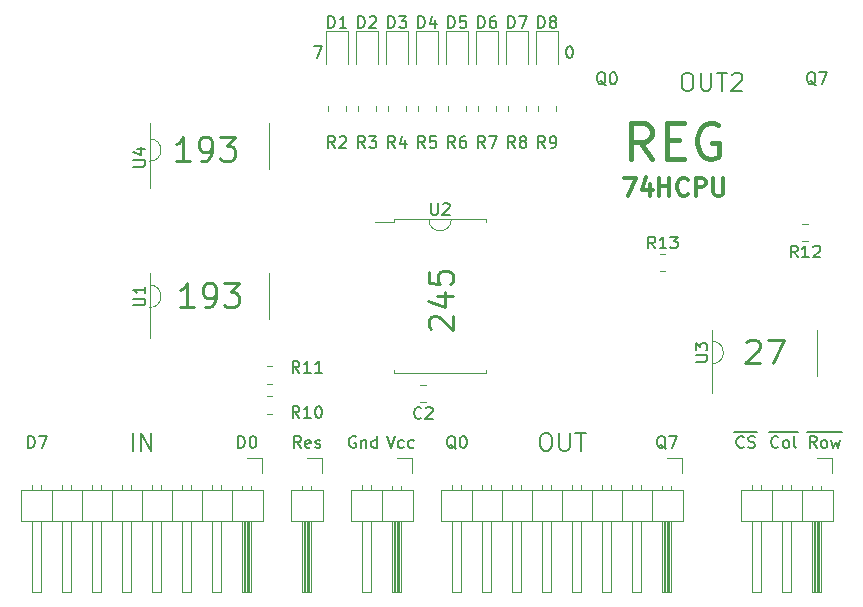
<source format=gbr>
%TF.GenerationSoftware,KiCad,Pcbnew,(5.1.8)-1*%
%TF.CreationDate,2024-03-21T22:45:28+03:00*%
%TF.ProjectId,Reg,5265672e-6b69-4636-9164-5f7063625858,rev?*%
%TF.SameCoordinates,Original*%
%TF.FileFunction,Legend,Top*%
%TF.FilePolarity,Positive*%
%FSLAX46Y46*%
G04 Gerber Fmt 4.6, Leading zero omitted, Abs format (unit mm)*
G04 Created by KiCad (PCBNEW (5.1.8)-1) date 2024-03-21 22:45:28*
%MOMM*%
%LPD*%
G01*
G04 APERTURE LIST*
%ADD10C,0.150000*%
%ADD11C,0.200000*%
%ADD12C,0.300000*%
%ADD13C,0.250000*%
%ADD14C,0.400000*%
%ADD15C,0.120000*%
G04 APERTURE END LIST*
D10*
X119284761Y-20550119D02*
X119189523Y-20502500D01*
X119094285Y-20407261D01*
X118951428Y-20264404D01*
X118856190Y-20216785D01*
X118760952Y-20216785D01*
X118808571Y-20454880D02*
X118713333Y-20407261D01*
X118618095Y-20312023D01*
X118570476Y-20121547D01*
X118570476Y-19788214D01*
X118618095Y-19597738D01*
X118713333Y-19502500D01*
X118808571Y-19454880D01*
X118999047Y-19454880D01*
X119094285Y-19502500D01*
X119189523Y-19597738D01*
X119237142Y-19788214D01*
X119237142Y-20121547D01*
X119189523Y-20312023D01*
X119094285Y-20407261D01*
X118999047Y-20454880D01*
X118808571Y-20454880D01*
X119570476Y-19454880D02*
X120237142Y-19454880D01*
X119808571Y-20454880D01*
X101504761Y-20550119D02*
X101409523Y-20502500D01*
X101314285Y-20407261D01*
X101171428Y-20264404D01*
X101076190Y-20216785D01*
X100980952Y-20216785D01*
X101028571Y-20454880D02*
X100933333Y-20407261D01*
X100838095Y-20312023D01*
X100790476Y-20121547D01*
X100790476Y-19788214D01*
X100838095Y-19597738D01*
X100933333Y-19502500D01*
X101028571Y-19454880D01*
X101219047Y-19454880D01*
X101314285Y-19502500D01*
X101409523Y-19597738D01*
X101457142Y-19788214D01*
X101457142Y-20121547D01*
X101409523Y-20312023D01*
X101314285Y-20407261D01*
X101219047Y-20454880D01*
X101028571Y-20454880D01*
X102076190Y-19454880D02*
X102171428Y-19454880D01*
X102266666Y-19502500D01*
X102314285Y-19550119D01*
X102361904Y-19645357D01*
X102409523Y-19835833D01*
X102409523Y-20073928D01*
X102361904Y-20264404D01*
X102314285Y-20359642D01*
X102266666Y-20407261D01*
X102171428Y-20454880D01*
X102076190Y-20454880D01*
X101980952Y-20407261D01*
X101933333Y-20359642D01*
X101885714Y-20264404D01*
X101838095Y-20073928D01*
X101838095Y-19835833D01*
X101885714Y-19645357D01*
X101933333Y-19550119D01*
X101980952Y-19502500D01*
X102076190Y-19454880D01*
D11*
X108275714Y-19498571D02*
X108561428Y-19498571D01*
X108704285Y-19570000D01*
X108847142Y-19712857D01*
X108918571Y-19998571D01*
X108918571Y-20498571D01*
X108847142Y-20784285D01*
X108704285Y-20927142D01*
X108561428Y-20998571D01*
X108275714Y-20998571D01*
X108132857Y-20927142D01*
X107990000Y-20784285D01*
X107918571Y-20498571D01*
X107918571Y-19998571D01*
X107990000Y-19712857D01*
X108132857Y-19570000D01*
X108275714Y-19498571D01*
X109561428Y-19498571D02*
X109561428Y-20712857D01*
X109632857Y-20855714D01*
X109704285Y-20927142D01*
X109847142Y-20998571D01*
X110132857Y-20998571D01*
X110275714Y-20927142D01*
X110347142Y-20855714D01*
X110418571Y-20712857D01*
X110418571Y-19498571D01*
X110918571Y-19498571D02*
X111775714Y-19498571D01*
X111347142Y-20998571D02*
X111347142Y-19498571D01*
X112204285Y-19641428D02*
X112275714Y-19570000D01*
X112418571Y-19498571D01*
X112775714Y-19498571D01*
X112918571Y-19570000D01*
X112990000Y-19641428D01*
X113061428Y-19784285D01*
X113061428Y-19927142D01*
X112990000Y-20141428D01*
X112132857Y-20998571D01*
X113061428Y-20998571D01*
D12*
X103029285Y-28388571D02*
X104029285Y-28388571D01*
X103386428Y-29888571D01*
X105243571Y-28888571D02*
X105243571Y-29888571D01*
X104886428Y-28317142D02*
X104529285Y-29388571D01*
X105457857Y-29388571D01*
X106029285Y-29888571D02*
X106029285Y-28388571D01*
X106029285Y-29102857D02*
X106886428Y-29102857D01*
X106886428Y-29888571D02*
X106886428Y-28388571D01*
X108457857Y-29745714D02*
X108386428Y-29817142D01*
X108172142Y-29888571D01*
X108029285Y-29888571D01*
X107815000Y-29817142D01*
X107672142Y-29674285D01*
X107600714Y-29531428D01*
X107529285Y-29245714D01*
X107529285Y-29031428D01*
X107600714Y-28745714D01*
X107672142Y-28602857D01*
X107815000Y-28460000D01*
X108029285Y-28388571D01*
X108172142Y-28388571D01*
X108386428Y-28460000D01*
X108457857Y-28531428D01*
X109100714Y-29888571D02*
X109100714Y-28388571D01*
X109672142Y-28388571D01*
X109815000Y-28460000D01*
X109886428Y-28531428D01*
X109957857Y-28674285D01*
X109957857Y-28888571D01*
X109886428Y-29031428D01*
X109815000Y-29102857D01*
X109672142Y-29174285D01*
X109100714Y-29174285D01*
X110600714Y-28388571D02*
X110600714Y-29602857D01*
X110672142Y-29745714D01*
X110743571Y-29817142D01*
X110886428Y-29888571D01*
X111172142Y-29888571D01*
X111315000Y-29817142D01*
X111386428Y-29745714D01*
X111457857Y-29602857D01*
X111457857Y-28388571D01*
D11*
X96290000Y-49978571D02*
X96575714Y-49978571D01*
X96718571Y-50050000D01*
X96861428Y-50192857D01*
X96932857Y-50478571D01*
X96932857Y-50978571D01*
X96861428Y-51264285D01*
X96718571Y-51407142D01*
X96575714Y-51478571D01*
X96290000Y-51478571D01*
X96147142Y-51407142D01*
X96004285Y-51264285D01*
X95932857Y-50978571D01*
X95932857Y-50478571D01*
X96004285Y-50192857D01*
X96147142Y-50050000D01*
X96290000Y-49978571D01*
X97575714Y-49978571D02*
X97575714Y-51192857D01*
X97647142Y-51335714D01*
X97718571Y-51407142D01*
X97861428Y-51478571D01*
X98147142Y-51478571D01*
X98290000Y-51407142D01*
X98361428Y-51335714D01*
X98432857Y-51192857D01*
X98432857Y-49978571D01*
X98932857Y-49978571D02*
X99790000Y-49978571D01*
X99361428Y-51478571D02*
X99361428Y-49978571D01*
X61444285Y-51478571D02*
X61444285Y-49978571D01*
X62158571Y-51478571D02*
X62158571Y-49978571D01*
X63015714Y-51478571D01*
X63015714Y-49978571D01*
D13*
X66294166Y-26939761D02*
X65151309Y-26939761D01*
X65722738Y-26939761D02*
X65722738Y-24939761D01*
X65532261Y-25225476D01*
X65341785Y-25415952D01*
X65151309Y-25511190D01*
X67246547Y-26939761D02*
X67627500Y-26939761D01*
X67817976Y-26844523D01*
X67913214Y-26749285D01*
X68103690Y-26463571D01*
X68198928Y-26082619D01*
X68198928Y-25320714D01*
X68103690Y-25130238D01*
X68008452Y-25035000D01*
X67817976Y-24939761D01*
X67437023Y-24939761D01*
X67246547Y-25035000D01*
X67151309Y-25130238D01*
X67056071Y-25320714D01*
X67056071Y-25796904D01*
X67151309Y-25987380D01*
X67246547Y-26082619D01*
X67437023Y-26177857D01*
X67817976Y-26177857D01*
X68008452Y-26082619D01*
X68103690Y-25987380D01*
X68198928Y-25796904D01*
X68865595Y-24939761D02*
X70103690Y-24939761D01*
X69437023Y-25701666D01*
X69722738Y-25701666D01*
X69913214Y-25796904D01*
X70008452Y-25892142D01*
X70103690Y-26082619D01*
X70103690Y-26558809D01*
X70008452Y-26749285D01*
X69913214Y-26844523D01*
X69722738Y-26939761D01*
X69151309Y-26939761D01*
X68960833Y-26844523D01*
X68865595Y-26749285D01*
X66611666Y-39322261D02*
X65468809Y-39322261D01*
X66040238Y-39322261D02*
X66040238Y-37322261D01*
X65849761Y-37607976D01*
X65659285Y-37798452D01*
X65468809Y-37893690D01*
X67564047Y-39322261D02*
X67945000Y-39322261D01*
X68135476Y-39227023D01*
X68230714Y-39131785D01*
X68421190Y-38846071D01*
X68516428Y-38465119D01*
X68516428Y-37703214D01*
X68421190Y-37512738D01*
X68325952Y-37417500D01*
X68135476Y-37322261D01*
X67754523Y-37322261D01*
X67564047Y-37417500D01*
X67468809Y-37512738D01*
X67373571Y-37703214D01*
X67373571Y-38179404D01*
X67468809Y-38369880D01*
X67564047Y-38465119D01*
X67754523Y-38560357D01*
X68135476Y-38560357D01*
X68325952Y-38465119D01*
X68421190Y-38369880D01*
X68516428Y-38179404D01*
X69183095Y-37322261D02*
X70421190Y-37322261D01*
X69754523Y-38084166D01*
X70040238Y-38084166D01*
X70230714Y-38179404D01*
X70325952Y-38274642D01*
X70421190Y-38465119D01*
X70421190Y-38941309D01*
X70325952Y-39131785D01*
X70230714Y-39227023D01*
X70040238Y-39322261D01*
X69468809Y-39322261D01*
X69278333Y-39227023D01*
X69183095Y-39131785D01*
X86725238Y-41211190D02*
X86630000Y-41115952D01*
X86534761Y-40925476D01*
X86534761Y-40449285D01*
X86630000Y-40258809D01*
X86725238Y-40163571D01*
X86915714Y-40068333D01*
X87106190Y-40068333D01*
X87391904Y-40163571D01*
X88534761Y-41306428D01*
X88534761Y-40068333D01*
X87201428Y-38354047D02*
X88534761Y-38354047D01*
X86439523Y-38830238D02*
X87868095Y-39306428D01*
X87868095Y-38068333D01*
X86534761Y-36354047D02*
X86534761Y-37306428D01*
X87487142Y-37401666D01*
X87391904Y-37306428D01*
X87296666Y-37115952D01*
X87296666Y-36639761D01*
X87391904Y-36449285D01*
X87487142Y-36354047D01*
X87677619Y-36258809D01*
X88153809Y-36258809D01*
X88344285Y-36354047D01*
X88439523Y-36449285D01*
X88534761Y-36639761D01*
X88534761Y-37115952D01*
X88439523Y-37306428D01*
X88344285Y-37401666D01*
X113411190Y-42275238D02*
X113506428Y-42180000D01*
X113696904Y-42084761D01*
X114173095Y-42084761D01*
X114363571Y-42180000D01*
X114458809Y-42275238D01*
X114554047Y-42465714D01*
X114554047Y-42656190D01*
X114458809Y-42941904D01*
X113315952Y-44084761D01*
X114554047Y-44084761D01*
X115220714Y-42084761D02*
X116554047Y-42084761D01*
X115696904Y-44084761D01*
D14*
X105386428Y-26757142D02*
X104386428Y-25328571D01*
X103672142Y-26757142D02*
X103672142Y-23757142D01*
X104815000Y-23757142D01*
X105100714Y-23900000D01*
X105243571Y-24042857D01*
X105386428Y-24328571D01*
X105386428Y-24757142D01*
X105243571Y-25042857D01*
X105100714Y-25185714D01*
X104815000Y-25328571D01*
X103672142Y-25328571D01*
X106672142Y-25185714D02*
X107672142Y-25185714D01*
X108100714Y-26757142D02*
X106672142Y-26757142D01*
X106672142Y-23757142D01*
X108100714Y-23757142D01*
X110957857Y-23900000D02*
X110672142Y-23757142D01*
X110243571Y-23757142D01*
X109815000Y-23900000D01*
X109529285Y-24185714D01*
X109386428Y-24471428D01*
X109243571Y-25042857D01*
X109243571Y-25471428D01*
X109386428Y-26042857D01*
X109529285Y-26328571D01*
X109815000Y-26614285D01*
X110243571Y-26757142D01*
X110529285Y-26757142D01*
X110957857Y-26614285D01*
X111100714Y-26471428D01*
X111100714Y-25471428D01*
X110529285Y-25471428D01*
D10*
X75676190Y-51252380D02*
X75342857Y-50776190D01*
X75104761Y-51252380D02*
X75104761Y-50252380D01*
X75485714Y-50252380D01*
X75580952Y-50300000D01*
X75628571Y-50347619D01*
X75676190Y-50442857D01*
X75676190Y-50585714D01*
X75628571Y-50680952D01*
X75580952Y-50728571D01*
X75485714Y-50776190D01*
X75104761Y-50776190D01*
X76485714Y-51204761D02*
X76390476Y-51252380D01*
X76200000Y-51252380D01*
X76104761Y-51204761D01*
X76057142Y-51109523D01*
X76057142Y-50728571D01*
X76104761Y-50633333D01*
X76200000Y-50585714D01*
X76390476Y-50585714D01*
X76485714Y-50633333D01*
X76533333Y-50728571D01*
X76533333Y-50823809D01*
X76057142Y-50919047D01*
X76914285Y-51204761D02*
X77009523Y-51252380D01*
X77200000Y-51252380D01*
X77295238Y-51204761D01*
X77342857Y-51109523D01*
X77342857Y-51061904D01*
X77295238Y-50966666D01*
X77200000Y-50919047D01*
X77057142Y-50919047D01*
X76961904Y-50871428D01*
X76914285Y-50776190D01*
X76914285Y-50728571D01*
X76961904Y-50633333D01*
X77057142Y-50585714D01*
X77200000Y-50585714D01*
X77295238Y-50633333D01*
D15*
X88420000Y-31907500D02*
G75*
G02*
X86515000Y-31907500I-952500J0D01*
G01*
X62885000Y-37465000D02*
G75*
G02*
X62885000Y-39370000I0J-952500D01*
G01*
D10*
X76819166Y-17232380D02*
X77485833Y-17232380D01*
X77057261Y-18232380D01*
X98377380Y-17232380D02*
X98472619Y-17232380D01*
X98567857Y-17280000D01*
X98615476Y-17327619D01*
X98663095Y-17422857D01*
X98710714Y-17613333D01*
X98710714Y-17851428D01*
X98663095Y-18041904D01*
X98615476Y-18137142D01*
X98567857Y-18184761D01*
X98472619Y-18232380D01*
X98377380Y-18232380D01*
X98282142Y-18184761D01*
X98234523Y-18137142D01*
X98186904Y-18041904D01*
X98139285Y-17851428D01*
X98139285Y-17613333D01*
X98186904Y-17422857D01*
X98234523Y-17327619D01*
X98282142Y-17280000D01*
X98377380Y-17232380D01*
D15*
X110500000Y-42227500D02*
G75*
G02*
X110500000Y-44132500I0J-952500D01*
G01*
X62885000Y-25082500D02*
G75*
G02*
X62885000Y-26987500I0J-952500D01*
G01*
D10*
X118538809Y-49885000D02*
X119538809Y-49885000D01*
X119348333Y-51252380D02*
X119015000Y-50776190D01*
X118776904Y-51252380D02*
X118776904Y-50252380D01*
X119157857Y-50252380D01*
X119253095Y-50300000D01*
X119300714Y-50347619D01*
X119348333Y-50442857D01*
X119348333Y-50585714D01*
X119300714Y-50680952D01*
X119253095Y-50728571D01*
X119157857Y-50776190D01*
X118776904Y-50776190D01*
X119538809Y-49885000D02*
X120443571Y-49885000D01*
X119919761Y-51252380D02*
X119824523Y-51204761D01*
X119776904Y-51157142D01*
X119729285Y-51061904D01*
X119729285Y-50776190D01*
X119776904Y-50680952D01*
X119824523Y-50633333D01*
X119919761Y-50585714D01*
X120062619Y-50585714D01*
X120157857Y-50633333D01*
X120205476Y-50680952D01*
X120253095Y-50776190D01*
X120253095Y-51061904D01*
X120205476Y-51157142D01*
X120157857Y-51204761D01*
X120062619Y-51252380D01*
X119919761Y-51252380D01*
X120443571Y-49885000D02*
X121491190Y-49885000D01*
X120586428Y-50585714D02*
X120776904Y-51252380D01*
X120967380Y-50776190D01*
X121157857Y-51252380D01*
X121348333Y-50585714D01*
X115308214Y-49885000D02*
X116308214Y-49885000D01*
X116117738Y-51157142D02*
X116070119Y-51204761D01*
X115927261Y-51252380D01*
X115832023Y-51252380D01*
X115689166Y-51204761D01*
X115593928Y-51109523D01*
X115546309Y-51014285D01*
X115498690Y-50823809D01*
X115498690Y-50680952D01*
X115546309Y-50490476D01*
X115593928Y-50395238D01*
X115689166Y-50300000D01*
X115832023Y-50252380D01*
X115927261Y-50252380D01*
X116070119Y-50300000D01*
X116117738Y-50347619D01*
X116308214Y-49885000D02*
X117212976Y-49885000D01*
X116689166Y-51252380D02*
X116593928Y-51204761D01*
X116546309Y-51157142D01*
X116498690Y-51061904D01*
X116498690Y-50776190D01*
X116546309Y-50680952D01*
X116593928Y-50633333D01*
X116689166Y-50585714D01*
X116832023Y-50585714D01*
X116927261Y-50633333D01*
X116974880Y-50680952D01*
X117022500Y-50776190D01*
X117022500Y-51061904D01*
X116974880Y-51157142D01*
X116927261Y-51204761D01*
X116832023Y-51252380D01*
X116689166Y-51252380D01*
X117212976Y-49885000D02*
X117736785Y-49885000D01*
X117593928Y-51252380D02*
X117498690Y-51204761D01*
X117451071Y-51109523D01*
X117451071Y-50252380D01*
X112371309Y-49885000D02*
X113371309Y-49885000D01*
X113180833Y-51157142D02*
X113133214Y-51204761D01*
X112990357Y-51252380D01*
X112895119Y-51252380D01*
X112752261Y-51204761D01*
X112657023Y-51109523D01*
X112609404Y-51014285D01*
X112561785Y-50823809D01*
X112561785Y-50680952D01*
X112609404Y-50490476D01*
X112657023Y-50395238D01*
X112752261Y-50300000D01*
X112895119Y-50252380D01*
X112990357Y-50252380D01*
X113133214Y-50300000D01*
X113180833Y-50347619D01*
X113371309Y-49885000D02*
X114323690Y-49885000D01*
X113561785Y-51204761D02*
X113704642Y-51252380D01*
X113942738Y-51252380D01*
X114037976Y-51204761D01*
X114085595Y-51157142D01*
X114133214Y-51061904D01*
X114133214Y-50966666D01*
X114085595Y-50871428D01*
X114037976Y-50823809D01*
X113942738Y-50776190D01*
X113752261Y-50728571D01*
X113657023Y-50680952D01*
X113609404Y-50633333D01*
X113561785Y-50538095D01*
X113561785Y-50442857D01*
X113609404Y-50347619D01*
X113657023Y-50300000D01*
X113752261Y-50252380D01*
X113990357Y-50252380D01*
X114133214Y-50300000D01*
X88804761Y-51347619D02*
X88709523Y-51300000D01*
X88614285Y-51204761D01*
X88471428Y-51061904D01*
X88376190Y-51014285D01*
X88280952Y-51014285D01*
X88328571Y-51252380D02*
X88233333Y-51204761D01*
X88138095Y-51109523D01*
X88090476Y-50919047D01*
X88090476Y-50585714D01*
X88138095Y-50395238D01*
X88233333Y-50300000D01*
X88328571Y-50252380D01*
X88519047Y-50252380D01*
X88614285Y-50300000D01*
X88709523Y-50395238D01*
X88757142Y-50585714D01*
X88757142Y-50919047D01*
X88709523Y-51109523D01*
X88614285Y-51204761D01*
X88519047Y-51252380D01*
X88328571Y-51252380D01*
X89376190Y-50252380D02*
X89471428Y-50252380D01*
X89566666Y-50300000D01*
X89614285Y-50347619D01*
X89661904Y-50442857D01*
X89709523Y-50633333D01*
X89709523Y-50871428D01*
X89661904Y-51061904D01*
X89614285Y-51157142D01*
X89566666Y-51204761D01*
X89471428Y-51252380D01*
X89376190Y-51252380D01*
X89280952Y-51204761D01*
X89233333Y-51157142D01*
X89185714Y-51061904D01*
X89138095Y-50871428D01*
X89138095Y-50633333D01*
X89185714Y-50442857D01*
X89233333Y-50347619D01*
X89280952Y-50300000D01*
X89376190Y-50252380D01*
X106584761Y-51347619D02*
X106489523Y-51300000D01*
X106394285Y-51204761D01*
X106251428Y-51061904D01*
X106156190Y-51014285D01*
X106060952Y-51014285D01*
X106108571Y-51252380D02*
X106013333Y-51204761D01*
X105918095Y-51109523D01*
X105870476Y-50919047D01*
X105870476Y-50585714D01*
X105918095Y-50395238D01*
X106013333Y-50300000D01*
X106108571Y-50252380D01*
X106299047Y-50252380D01*
X106394285Y-50300000D01*
X106489523Y-50395238D01*
X106537142Y-50585714D01*
X106537142Y-50919047D01*
X106489523Y-51109523D01*
X106394285Y-51204761D01*
X106299047Y-51252380D01*
X106108571Y-51252380D01*
X106870476Y-50252380D02*
X107537142Y-50252380D01*
X107108571Y-51252380D01*
X80319642Y-50300000D02*
X80224404Y-50252380D01*
X80081547Y-50252380D01*
X79938690Y-50300000D01*
X79843452Y-50395238D01*
X79795833Y-50490476D01*
X79748214Y-50680952D01*
X79748214Y-50823809D01*
X79795833Y-51014285D01*
X79843452Y-51109523D01*
X79938690Y-51204761D01*
X80081547Y-51252380D01*
X80176785Y-51252380D01*
X80319642Y-51204761D01*
X80367261Y-51157142D01*
X80367261Y-50823809D01*
X80176785Y-50823809D01*
X80795833Y-50585714D02*
X80795833Y-51252380D01*
X80795833Y-50680952D02*
X80843452Y-50633333D01*
X80938690Y-50585714D01*
X81081547Y-50585714D01*
X81176785Y-50633333D01*
X81224404Y-50728571D01*
X81224404Y-51252380D01*
X82129166Y-51252380D02*
X82129166Y-50252380D01*
X82129166Y-51204761D02*
X82033928Y-51252380D01*
X81843452Y-51252380D01*
X81748214Y-51204761D01*
X81700595Y-51157142D01*
X81652976Y-51061904D01*
X81652976Y-50776190D01*
X81700595Y-50680952D01*
X81748214Y-50633333D01*
X81843452Y-50585714D01*
X82033928Y-50585714D01*
X82129166Y-50633333D01*
X82947023Y-50252380D02*
X83280357Y-51252380D01*
X83613690Y-50252380D01*
X84375595Y-51204761D02*
X84280357Y-51252380D01*
X84089880Y-51252380D01*
X83994642Y-51204761D01*
X83947023Y-51157142D01*
X83899404Y-51061904D01*
X83899404Y-50776190D01*
X83947023Y-50680952D01*
X83994642Y-50633333D01*
X84089880Y-50585714D01*
X84280357Y-50585714D01*
X84375595Y-50633333D01*
X85232738Y-51204761D02*
X85137500Y-51252380D01*
X84947023Y-51252380D01*
X84851785Y-51204761D01*
X84804166Y-51157142D01*
X84756547Y-51061904D01*
X84756547Y-50776190D01*
X84804166Y-50680952D01*
X84851785Y-50633333D01*
X84947023Y-50585714D01*
X85137500Y-50585714D01*
X85232738Y-50633333D01*
X52601904Y-51252380D02*
X52601904Y-50252380D01*
X52840000Y-50252380D01*
X52982857Y-50300000D01*
X53078095Y-50395238D01*
X53125714Y-50490476D01*
X53173333Y-50680952D01*
X53173333Y-50823809D01*
X53125714Y-51014285D01*
X53078095Y-51109523D01*
X52982857Y-51204761D01*
X52840000Y-51252380D01*
X52601904Y-51252380D01*
X53506666Y-50252380D02*
X54173333Y-50252380D01*
X53744761Y-51252380D01*
X70381904Y-51252380D02*
X70381904Y-50252380D01*
X70620000Y-50252380D01*
X70762857Y-50300000D01*
X70858095Y-50395238D01*
X70905714Y-50490476D01*
X70953333Y-50680952D01*
X70953333Y-50823809D01*
X70905714Y-51014285D01*
X70858095Y-51109523D01*
X70762857Y-51204761D01*
X70620000Y-51252380D01*
X70381904Y-51252380D01*
X71572380Y-50252380D02*
X71667619Y-50252380D01*
X71762857Y-50300000D01*
X71810476Y-50347619D01*
X71858095Y-50442857D01*
X71905714Y-50633333D01*
X71905714Y-50871428D01*
X71858095Y-51061904D01*
X71810476Y-51157142D01*
X71762857Y-51204761D01*
X71667619Y-51252380D01*
X71572380Y-51252380D01*
X71477142Y-51204761D01*
X71429523Y-51157142D01*
X71381904Y-51061904D01*
X71334285Y-50871428D01*
X71334285Y-50633333D01*
X71381904Y-50442857D01*
X71429523Y-50347619D01*
X71477142Y-50300000D01*
X71572380Y-50252380D01*
D15*
%TO.C,R13*%
X106087936Y-36295000D02*
X106542064Y-36295000D01*
X106087936Y-34825000D02*
X106542064Y-34825000D01*
%TO.C,R12*%
X118607064Y-32285000D02*
X118152936Y-32285000D01*
X118607064Y-33755000D02*
X118152936Y-33755000D01*
%TO.C,R11*%
X72797936Y-45820000D02*
X73252064Y-45820000D01*
X72797936Y-44350000D02*
X73252064Y-44350000D01*
%TO.C,R10*%
X72797936Y-48360000D02*
X73252064Y-48360000D01*
X72797936Y-46890000D02*
X73252064Y-46890000D01*
%TO.C,U4*%
X73005000Y-25717500D02*
X73005000Y-23767500D01*
X73005000Y-25717500D02*
X73005000Y-27667500D01*
X62885000Y-25717500D02*
X62885000Y-23767500D01*
X62885000Y-25717500D02*
X62885000Y-29217500D01*
%TO.C,U1*%
X73005000Y-38417500D02*
X73005000Y-36467500D01*
X73005000Y-38417500D02*
X73005000Y-40367500D01*
X62885000Y-38417500D02*
X62885000Y-36467500D01*
X62885000Y-38417500D02*
X62885000Y-41917500D01*
%TO.C,C2*%
X86303752Y-47407500D02*
X85781248Y-47407500D01*
X86303752Y-45937500D02*
X85781248Y-45937500D01*
%TO.C,R9*%
X97255000Y-22722064D02*
X97255000Y-22267936D01*
X95785000Y-22722064D02*
X95785000Y-22267936D01*
%TO.C,R8*%
X94715000Y-22722064D02*
X94715000Y-22267936D01*
X93245000Y-22722064D02*
X93245000Y-22267936D01*
%TO.C,R7*%
X92175000Y-22722064D02*
X92175000Y-22267936D01*
X90705000Y-22722064D02*
X90705000Y-22267936D01*
%TO.C,R6*%
X89635000Y-22722064D02*
X89635000Y-22267936D01*
X88165000Y-22722064D02*
X88165000Y-22267936D01*
%TO.C,R5*%
X87095000Y-22722064D02*
X87095000Y-22267936D01*
X85625000Y-22722064D02*
X85625000Y-22267936D01*
%TO.C,R4*%
X84555000Y-22722064D02*
X84555000Y-22267936D01*
X83085000Y-22722064D02*
X83085000Y-22267936D01*
%TO.C,R3*%
X82015000Y-22722064D02*
X82015000Y-22267936D01*
X80545000Y-22722064D02*
X80545000Y-22267936D01*
%TO.C,R2*%
X79475000Y-22722064D02*
X79475000Y-22267936D01*
X78005000Y-22722064D02*
X78005000Y-22267936D01*
%TO.C,D8*%
X95560000Y-15920000D02*
X95560000Y-18780000D01*
X97480000Y-15920000D02*
X95560000Y-15920000D01*
X97480000Y-18780000D02*
X97480000Y-15920000D01*
%TO.C,D7*%
X93020000Y-15920000D02*
X93020000Y-18780000D01*
X94940000Y-15920000D02*
X93020000Y-15920000D01*
X94940000Y-18780000D02*
X94940000Y-15920000D01*
%TO.C,D6*%
X90480000Y-15920000D02*
X90480000Y-18780000D01*
X92400000Y-15920000D02*
X90480000Y-15920000D01*
X92400000Y-18780000D02*
X92400000Y-15920000D01*
%TO.C,D5*%
X87940000Y-15920000D02*
X87940000Y-18780000D01*
X89860000Y-15920000D02*
X87940000Y-15920000D01*
X89860000Y-18780000D02*
X89860000Y-15920000D01*
%TO.C,D4*%
X85400000Y-15920000D02*
X85400000Y-18780000D01*
X87320000Y-15920000D02*
X85400000Y-15920000D01*
X87320000Y-18780000D02*
X87320000Y-15920000D01*
%TO.C,D3*%
X82860000Y-15920000D02*
X82860000Y-18780000D01*
X84780000Y-15920000D02*
X82860000Y-15920000D01*
X84780000Y-18780000D02*
X84780000Y-15920000D01*
%TO.C,D2*%
X80320000Y-15920000D02*
X80320000Y-18780000D01*
X82240000Y-15920000D02*
X80320000Y-15920000D01*
X82240000Y-18780000D02*
X82240000Y-15920000D01*
%TO.C,D1*%
X77780000Y-15920000D02*
X77780000Y-18780000D01*
X79700000Y-15920000D02*
X77780000Y-15920000D01*
X79700000Y-18780000D02*
X79700000Y-15920000D01*
%TO.C,J1*%
X72450000Y-54780000D02*
X52010000Y-54780000D01*
X52010000Y-54780000D02*
X52010000Y-57440000D01*
X52010000Y-57440000D02*
X72450000Y-57440000D01*
X72450000Y-57440000D02*
X72450000Y-54780000D01*
X71500000Y-57440000D02*
X71500000Y-63440000D01*
X71500000Y-63440000D02*
X70740000Y-63440000D01*
X70740000Y-63440000D02*
X70740000Y-57440000D01*
X71440000Y-57440000D02*
X71440000Y-63440000D01*
X71320000Y-57440000D02*
X71320000Y-63440000D01*
X71200000Y-57440000D02*
X71200000Y-63440000D01*
X71080000Y-57440000D02*
X71080000Y-63440000D01*
X70960000Y-57440000D02*
X70960000Y-63440000D01*
X70840000Y-57440000D02*
X70840000Y-63440000D01*
X71500000Y-54450000D02*
X71500000Y-54780000D01*
X70740000Y-54450000D02*
X70740000Y-54780000D01*
X69850000Y-54780000D02*
X69850000Y-57440000D01*
X68960000Y-57440000D02*
X68960000Y-63440000D01*
X68960000Y-63440000D02*
X68200000Y-63440000D01*
X68200000Y-63440000D02*
X68200000Y-57440000D01*
X68960000Y-54382929D02*
X68960000Y-54780000D01*
X68200000Y-54382929D02*
X68200000Y-54780000D01*
X67310000Y-54780000D02*
X67310000Y-57440000D01*
X66420000Y-57440000D02*
X66420000Y-63440000D01*
X66420000Y-63440000D02*
X65660000Y-63440000D01*
X65660000Y-63440000D02*
X65660000Y-57440000D01*
X66420000Y-54382929D02*
X66420000Y-54780000D01*
X65660000Y-54382929D02*
X65660000Y-54780000D01*
X64770000Y-54780000D02*
X64770000Y-57440000D01*
X63880000Y-57440000D02*
X63880000Y-63440000D01*
X63880000Y-63440000D02*
X63120000Y-63440000D01*
X63120000Y-63440000D02*
X63120000Y-57440000D01*
X63880000Y-54382929D02*
X63880000Y-54780000D01*
X63120000Y-54382929D02*
X63120000Y-54780000D01*
X62230000Y-54780000D02*
X62230000Y-57440000D01*
X61340000Y-57440000D02*
X61340000Y-63440000D01*
X61340000Y-63440000D02*
X60580000Y-63440000D01*
X60580000Y-63440000D02*
X60580000Y-57440000D01*
X61340000Y-54382929D02*
X61340000Y-54780000D01*
X60580000Y-54382929D02*
X60580000Y-54780000D01*
X59690000Y-54780000D02*
X59690000Y-57440000D01*
X58800000Y-57440000D02*
X58800000Y-63440000D01*
X58800000Y-63440000D02*
X58040000Y-63440000D01*
X58040000Y-63440000D02*
X58040000Y-57440000D01*
X58800000Y-54382929D02*
X58800000Y-54780000D01*
X58040000Y-54382929D02*
X58040000Y-54780000D01*
X57150000Y-54780000D02*
X57150000Y-57440000D01*
X56260000Y-57440000D02*
X56260000Y-63440000D01*
X56260000Y-63440000D02*
X55500000Y-63440000D01*
X55500000Y-63440000D02*
X55500000Y-57440000D01*
X56260000Y-54382929D02*
X56260000Y-54780000D01*
X55500000Y-54382929D02*
X55500000Y-54780000D01*
X54610000Y-54780000D02*
X54610000Y-57440000D01*
X53720000Y-57440000D02*
X53720000Y-63440000D01*
X53720000Y-63440000D02*
X52960000Y-63440000D01*
X52960000Y-63440000D02*
X52960000Y-57440000D01*
X53720000Y-54382929D02*
X53720000Y-54780000D01*
X52960000Y-54382929D02*
X52960000Y-54780000D01*
X71120000Y-52070000D02*
X72390000Y-52070000D01*
X72390000Y-52070000D02*
X72390000Y-53340000D01*
%TO.C,J2*%
X107950000Y-52070000D02*
X107950000Y-53340000D01*
X106680000Y-52070000D02*
X107950000Y-52070000D01*
X88520000Y-54382929D02*
X88520000Y-54780000D01*
X89280000Y-54382929D02*
X89280000Y-54780000D01*
X88520000Y-63440000D02*
X88520000Y-57440000D01*
X89280000Y-63440000D02*
X88520000Y-63440000D01*
X89280000Y-57440000D02*
X89280000Y-63440000D01*
X90170000Y-54780000D02*
X90170000Y-57440000D01*
X91060000Y-54382929D02*
X91060000Y-54780000D01*
X91820000Y-54382929D02*
X91820000Y-54780000D01*
X91060000Y-63440000D02*
X91060000Y-57440000D01*
X91820000Y-63440000D02*
X91060000Y-63440000D01*
X91820000Y-57440000D02*
X91820000Y-63440000D01*
X92710000Y-54780000D02*
X92710000Y-57440000D01*
X93600000Y-54382929D02*
X93600000Y-54780000D01*
X94360000Y-54382929D02*
X94360000Y-54780000D01*
X93600000Y-63440000D02*
X93600000Y-57440000D01*
X94360000Y-63440000D02*
X93600000Y-63440000D01*
X94360000Y-57440000D02*
X94360000Y-63440000D01*
X95250000Y-54780000D02*
X95250000Y-57440000D01*
X96140000Y-54382929D02*
X96140000Y-54780000D01*
X96900000Y-54382929D02*
X96900000Y-54780000D01*
X96140000Y-63440000D02*
X96140000Y-57440000D01*
X96900000Y-63440000D02*
X96140000Y-63440000D01*
X96900000Y-57440000D02*
X96900000Y-63440000D01*
X97790000Y-54780000D02*
X97790000Y-57440000D01*
X98680000Y-54382929D02*
X98680000Y-54780000D01*
X99440000Y-54382929D02*
X99440000Y-54780000D01*
X98680000Y-63440000D02*
X98680000Y-57440000D01*
X99440000Y-63440000D02*
X98680000Y-63440000D01*
X99440000Y-57440000D02*
X99440000Y-63440000D01*
X100330000Y-54780000D02*
X100330000Y-57440000D01*
X101220000Y-54382929D02*
X101220000Y-54780000D01*
X101980000Y-54382929D02*
X101980000Y-54780000D01*
X101220000Y-63440000D02*
X101220000Y-57440000D01*
X101980000Y-63440000D02*
X101220000Y-63440000D01*
X101980000Y-57440000D02*
X101980000Y-63440000D01*
X102870000Y-54780000D02*
X102870000Y-57440000D01*
X103760000Y-54382929D02*
X103760000Y-54780000D01*
X104520000Y-54382929D02*
X104520000Y-54780000D01*
X103760000Y-63440000D02*
X103760000Y-57440000D01*
X104520000Y-63440000D02*
X103760000Y-63440000D01*
X104520000Y-57440000D02*
X104520000Y-63440000D01*
X105410000Y-54780000D02*
X105410000Y-57440000D01*
X106300000Y-54450000D02*
X106300000Y-54780000D01*
X107060000Y-54450000D02*
X107060000Y-54780000D01*
X106400000Y-57440000D02*
X106400000Y-63440000D01*
X106520000Y-57440000D02*
X106520000Y-63440000D01*
X106640000Y-57440000D02*
X106640000Y-63440000D01*
X106760000Y-57440000D02*
X106760000Y-63440000D01*
X106880000Y-57440000D02*
X106880000Y-63440000D01*
X107000000Y-57440000D02*
X107000000Y-63440000D01*
X106300000Y-63440000D02*
X106300000Y-57440000D01*
X107060000Y-63440000D02*
X106300000Y-63440000D01*
X107060000Y-57440000D02*
X107060000Y-63440000D01*
X108010000Y-57440000D02*
X108010000Y-54780000D01*
X87570000Y-57440000D02*
X108010000Y-57440000D01*
X87570000Y-54780000D02*
X87570000Y-57440000D01*
X108010000Y-54780000D02*
X87570000Y-54780000D01*
%TO.C,J3*%
X85150000Y-54780000D02*
X79950000Y-54780000D01*
X79950000Y-54780000D02*
X79950000Y-57440000D01*
X79950000Y-57440000D02*
X85150000Y-57440000D01*
X85150000Y-57440000D02*
X85150000Y-54780000D01*
X84200000Y-57440000D02*
X84200000Y-63440000D01*
X84200000Y-63440000D02*
X83440000Y-63440000D01*
X83440000Y-63440000D02*
X83440000Y-57440000D01*
X84140000Y-57440000D02*
X84140000Y-63440000D01*
X84020000Y-57440000D02*
X84020000Y-63440000D01*
X83900000Y-57440000D02*
X83900000Y-63440000D01*
X83780000Y-57440000D02*
X83780000Y-63440000D01*
X83660000Y-57440000D02*
X83660000Y-63440000D01*
X83540000Y-57440000D02*
X83540000Y-63440000D01*
X84200000Y-54450000D02*
X84200000Y-54780000D01*
X83440000Y-54450000D02*
X83440000Y-54780000D01*
X82550000Y-54780000D02*
X82550000Y-57440000D01*
X81660000Y-57440000D02*
X81660000Y-63440000D01*
X81660000Y-63440000D02*
X80900000Y-63440000D01*
X80900000Y-63440000D02*
X80900000Y-57440000D01*
X81660000Y-54382929D02*
X81660000Y-54780000D01*
X80900000Y-54382929D02*
X80900000Y-54780000D01*
X83820000Y-52070000D02*
X85090000Y-52070000D01*
X85090000Y-52070000D02*
X85090000Y-53340000D01*
%TO.C,U3*%
X110500000Y-43180000D02*
X110500000Y-46630000D01*
X110500000Y-43180000D02*
X110500000Y-41230000D01*
X119370000Y-43180000D02*
X119370000Y-45130000D01*
X119370000Y-43180000D02*
X119370000Y-41230000D01*
%TO.C,U2*%
X87467500Y-44927500D02*
X91327500Y-44927500D01*
X91327500Y-44927500D02*
X91327500Y-44692500D01*
X87467500Y-44927500D02*
X83607500Y-44927500D01*
X83607500Y-44927500D02*
X83607500Y-44692500D01*
X87467500Y-31907500D02*
X91327500Y-31907500D01*
X91327500Y-31907500D02*
X91327500Y-32142500D01*
X87467500Y-31907500D02*
X83607500Y-31907500D01*
X83607500Y-31907500D02*
X83607500Y-32142500D01*
X83607500Y-32142500D02*
X81917500Y-32142500D01*
%TO.C,J4*%
X120710000Y-54780000D02*
X112970000Y-54780000D01*
X112970000Y-54780000D02*
X112970000Y-57440000D01*
X112970000Y-57440000D02*
X120710000Y-57440000D01*
X120710000Y-57440000D02*
X120710000Y-54780000D01*
X119760000Y-57440000D02*
X119760000Y-63440000D01*
X119760000Y-63440000D02*
X119000000Y-63440000D01*
X119000000Y-63440000D02*
X119000000Y-57440000D01*
X119700000Y-57440000D02*
X119700000Y-63440000D01*
X119580000Y-57440000D02*
X119580000Y-63440000D01*
X119460000Y-57440000D02*
X119460000Y-63440000D01*
X119340000Y-57440000D02*
X119340000Y-63440000D01*
X119220000Y-57440000D02*
X119220000Y-63440000D01*
X119100000Y-57440000D02*
X119100000Y-63440000D01*
X119760000Y-54450000D02*
X119760000Y-54780000D01*
X119000000Y-54450000D02*
X119000000Y-54780000D01*
X118110000Y-54780000D02*
X118110000Y-57440000D01*
X117220000Y-57440000D02*
X117220000Y-63440000D01*
X117220000Y-63440000D02*
X116460000Y-63440000D01*
X116460000Y-63440000D02*
X116460000Y-57440000D01*
X117220000Y-54382929D02*
X117220000Y-54780000D01*
X116460000Y-54382929D02*
X116460000Y-54780000D01*
X115570000Y-54780000D02*
X115570000Y-57440000D01*
X114680000Y-57440000D02*
X114680000Y-63440000D01*
X114680000Y-63440000D02*
X113920000Y-63440000D01*
X113920000Y-63440000D02*
X113920000Y-57440000D01*
X114680000Y-54382929D02*
X114680000Y-54780000D01*
X113920000Y-54382929D02*
X113920000Y-54780000D01*
X119380000Y-52070000D02*
X120650000Y-52070000D01*
X120650000Y-52070000D02*
X120650000Y-53340000D01*
%TO.C,J7*%
X77530000Y-54780000D02*
X74870000Y-54780000D01*
X74870000Y-54780000D02*
X74870000Y-57440000D01*
X74870000Y-57440000D02*
X77530000Y-57440000D01*
X77530000Y-57440000D02*
X77530000Y-54780000D01*
X76580000Y-57440000D02*
X76580000Y-63440000D01*
X76580000Y-63440000D02*
X75820000Y-63440000D01*
X75820000Y-63440000D02*
X75820000Y-57440000D01*
X76520000Y-57440000D02*
X76520000Y-63440000D01*
X76400000Y-57440000D02*
X76400000Y-63440000D01*
X76280000Y-57440000D02*
X76280000Y-63440000D01*
X76160000Y-57440000D02*
X76160000Y-63440000D01*
X76040000Y-57440000D02*
X76040000Y-63440000D01*
X75920000Y-57440000D02*
X75920000Y-63440000D01*
X76580000Y-54450000D02*
X76580000Y-54780000D01*
X75820000Y-54450000D02*
X75820000Y-54780000D01*
X76200000Y-52070000D02*
X77470000Y-52070000D01*
X77470000Y-52070000D02*
X77470000Y-53340000D01*
%TO.C,R13*%
D10*
X105672142Y-34362380D02*
X105338809Y-33886190D01*
X105100714Y-34362380D02*
X105100714Y-33362380D01*
X105481666Y-33362380D01*
X105576904Y-33410000D01*
X105624523Y-33457619D01*
X105672142Y-33552857D01*
X105672142Y-33695714D01*
X105624523Y-33790952D01*
X105576904Y-33838571D01*
X105481666Y-33886190D01*
X105100714Y-33886190D01*
X106624523Y-34362380D02*
X106053095Y-34362380D01*
X106338809Y-34362380D02*
X106338809Y-33362380D01*
X106243571Y-33505238D01*
X106148333Y-33600476D01*
X106053095Y-33648095D01*
X106957857Y-33362380D02*
X107576904Y-33362380D01*
X107243571Y-33743333D01*
X107386428Y-33743333D01*
X107481666Y-33790952D01*
X107529285Y-33838571D01*
X107576904Y-33933809D01*
X107576904Y-34171904D01*
X107529285Y-34267142D01*
X107481666Y-34314761D01*
X107386428Y-34362380D01*
X107100714Y-34362380D01*
X107005476Y-34314761D01*
X106957857Y-34267142D01*
%TO.C,R12*%
X117737142Y-35122380D02*
X117403809Y-34646190D01*
X117165714Y-35122380D02*
X117165714Y-34122380D01*
X117546666Y-34122380D01*
X117641904Y-34170000D01*
X117689523Y-34217619D01*
X117737142Y-34312857D01*
X117737142Y-34455714D01*
X117689523Y-34550952D01*
X117641904Y-34598571D01*
X117546666Y-34646190D01*
X117165714Y-34646190D01*
X118689523Y-35122380D02*
X118118095Y-35122380D01*
X118403809Y-35122380D02*
X118403809Y-34122380D01*
X118308571Y-34265238D01*
X118213333Y-34360476D01*
X118118095Y-34408095D01*
X119070476Y-34217619D02*
X119118095Y-34170000D01*
X119213333Y-34122380D01*
X119451428Y-34122380D01*
X119546666Y-34170000D01*
X119594285Y-34217619D01*
X119641904Y-34312857D01*
X119641904Y-34408095D01*
X119594285Y-34550952D01*
X119022857Y-35122380D01*
X119641904Y-35122380D01*
%TO.C,R11*%
X75557142Y-44902380D02*
X75223809Y-44426190D01*
X74985714Y-44902380D02*
X74985714Y-43902380D01*
X75366666Y-43902380D01*
X75461904Y-43950000D01*
X75509523Y-43997619D01*
X75557142Y-44092857D01*
X75557142Y-44235714D01*
X75509523Y-44330952D01*
X75461904Y-44378571D01*
X75366666Y-44426190D01*
X74985714Y-44426190D01*
X76509523Y-44902380D02*
X75938095Y-44902380D01*
X76223809Y-44902380D02*
X76223809Y-43902380D01*
X76128571Y-44045238D01*
X76033333Y-44140476D01*
X75938095Y-44188095D01*
X77461904Y-44902380D02*
X76890476Y-44902380D01*
X77176190Y-44902380D02*
X77176190Y-43902380D01*
X77080952Y-44045238D01*
X76985714Y-44140476D01*
X76890476Y-44188095D01*
%TO.C,R10*%
X75557142Y-48712380D02*
X75223809Y-48236190D01*
X74985714Y-48712380D02*
X74985714Y-47712380D01*
X75366666Y-47712380D01*
X75461904Y-47760000D01*
X75509523Y-47807619D01*
X75557142Y-47902857D01*
X75557142Y-48045714D01*
X75509523Y-48140952D01*
X75461904Y-48188571D01*
X75366666Y-48236190D01*
X74985714Y-48236190D01*
X76509523Y-48712380D02*
X75938095Y-48712380D01*
X76223809Y-48712380D02*
X76223809Y-47712380D01*
X76128571Y-47855238D01*
X76033333Y-47950476D01*
X75938095Y-47998095D01*
X77128571Y-47712380D02*
X77223809Y-47712380D01*
X77319047Y-47760000D01*
X77366666Y-47807619D01*
X77414285Y-47902857D01*
X77461904Y-48093333D01*
X77461904Y-48331428D01*
X77414285Y-48521904D01*
X77366666Y-48617142D01*
X77319047Y-48664761D01*
X77223809Y-48712380D01*
X77128571Y-48712380D01*
X77033333Y-48664761D01*
X76985714Y-48617142D01*
X76938095Y-48521904D01*
X76890476Y-48331428D01*
X76890476Y-48093333D01*
X76938095Y-47902857D01*
X76985714Y-47807619D01*
X77033333Y-47760000D01*
X77128571Y-47712380D01*
%TO.C,U4*%
X61497380Y-27431904D02*
X62306904Y-27431904D01*
X62402142Y-27384285D01*
X62449761Y-27336666D01*
X62497380Y-27241428D01*
X62497380Y-27050952D01*
X62449761Y-26955714D01*
X62402142Y-26908095D01*
X62306904Y-26860476D01*
X61497380Y-26860476D01*
X61830714Y-25955714D02*
X62497380Y-25955714D01*
X61449761Y-26193809D02*
X62164047Y-26431904D01*
X62164047Y-25812857D01*
%TO.C,U1*%
X61497380Y-39179404D02*
X62306904Y-39179404D01*
X62402142Y-39131785D01*
X62449761Y-39084166D01*
X62497380Y-38988928D01*
X62497380Y-38798452D01*
X62449761Y-38703214D01*
X62402142Y-38655595D01*
X62306904Y-38607976D01*
X61497380Y-38607976D01*
X62497380Y-37607976D02*
X62497380Y-38179404D01*
X62497380Y-37893690D02*
X61497380Y-37893690D01*
X61640238Y-37988928D01*
X61735476Y-38084166D01*
X61783095Y-38179404D01*
%TO.C,C2*%
X85875833Y-48709642D02*
X85828214Y-48757261D01*
X85685357Y-48804880D01*
X85590119Y-48804880D01*
X85447261Y-48757261D01*
X85352023Y-48662023D01*
X85304404Y-48566785D01*
X85256785Y-48376309D01*
X85256785Y-48233452D01*
X85304404Y-48042976D01*
X85352023Y-47947738D01*
X85447261Y-47852500D01*
X85590119Y-47804880D01*
X85685357Y-47804880D01*
X85828214Y-47852500D01*
X85875833Y-47900119D01*
X86256785Y-47900119D02*
X86304404Y-47852500D01*
X86399642Y-47804880D01*
X86637738Y-47804880D01*
X86732976Y-47852500D01*
X86780595Y-47900119D01*
X86828214Y-47995357D01*
X86828214Y-48090595D01*
X86780595Y-48233452D01*
X86209166Y-48804880D01*
X86828214Y-48804880D01*
%TO.C,R9*%
X96353333Y-25852380D02*
X96020000Y-25376190D01*
X95781904Y-25852380D02*
X95781904Y-24852380D01*
X96162857Y-24852380D01*
X96258095Y-24900000D01*
X96305714Y-24947619D01*
X96353333Y-25042857D01*
X96353333Y-25185714D01*
X96305714Y-25280952D01*
X96258095Y-25328571D01*
X96162857Y-25376190D01*
X95781904Y-25376190D01*
X96829523Y-25852380D02*
X97020000Y-25852380D01*
X97115238Y-25804761D01*
X97162857Y-25757142D01*
X97258095Y-25614285D01*
X97305714Y-25423809D01*
X97305714Y-25042857D01*
X97258095Y-24947619D01*
X97210476Y-24900000D01*
X97115238Y-24852380D01*
X96924761Y-24852380D01*
X96829523Y-24900000D01*
X96781904Y-24947619D01*
X96734285Y-25042857D01*
X96734285Y-25280952D01*
X96781904Y-25376190D01*
X96829523Y-25423809D01*
X96924761Y-25471428D01*
X97115238Y-25471428D01*
X97210476Y-25423809D01*
X97258095Y-25376190D01*
X97305714Y-25280952D01*
%TO.C,R8*%
X93813333Y-25852380D02*
X93480000Y-25376190D01*
X93241904Y-25852380D02*
X93241904Y-24852380D01*
X93622857Y-24852380D01*
X93718095Y-24900000D01*
X93765714Y-24947619D01*
X93813333Y-25042857D01*
X93813333Y-25185714D01*
X93765714Y-25280952D01*
X93718095Y-25328571D01*
X93622857Y-25376190D01*
X93241904Y-25376190D01*
X94384761Y-25280952D02*
X94289523Y-25233333D01*
X94241904Y-25185714D01*
X94194285Y-25090476D01*
X94194285Y-25042857D01*
X94241904Y-24947619D01*
X94289523Y-24900000D01*
X94384761Y-24852380D01*
X94575238Y-24852380D01*
X94670476Y-24900000D01*
X94718095Y-24947619D01*
X94765714Y-25042857D01*
X94765714Y-25090476D01*
X94718095Y-25185714D01*
X94670476Y-25233333D01*
X94575238Y-25280952D01*
X94384761Y-25280952D01*
X94289523Y-25328571D01*
X94241904Y-25376190D01*
X94194285Y-25471428D01*
X94194285Y-25661904D01*
X94241904Y-25757142D01*
X94289523Y-25804761D01*
X94384761Y-25852380D01*
X94575238Y-25852380D01*
X94670476Y-25804761D01*
X94718095Y-25757142D01*
X94765714Y-25661904D01*
X94765714Y-25471428D01*
X94718095Y-25376190D01*
X94670476Y-25328571D01*
X94575238Y-25280952D01*
%TO.C,R7*%
X91273333Y-25852380D02*
X90940000Y-25376190D01*
X90701904Y-25852380D02*
X90701904Y-24852380D01*
X91082857Y-24852380D01*
X91178095Y-24900000D01*
X91225714Y-24947619D01*
X91273333Y-25042857D01*
X91273333Y-25185714D01*
X91225714Y-25280952D01*
X91178095Y-25328571D01*
X91082857Y-25376190D01*
X90701904Y-25376190D01*
X91606666Y-24852380D02*
X92273333Y-24852380D01*
X91844761Y-25852380D01*
%TO.C,R6*%
X88733333Y-25852380D02*
X88400000Y-25376190D01*
X88161904Y-25852380D02*
X88161904Y-24852380D01*
X88542857Y-24852380D01*
X88638095Y-24900000D01*
X88685714Y-24947619D01*
X88733333Y-25042857D01*
X88733333Y-25185714D01*
X88685714Y-25280952D01*
X88638095Y-25328571D01*
X88542857Y-25376190D01*
X88161904Y-25376190D01*
X89590476Y-24852380D02*
X89400000Y-24852380D01*
X89304761Y-24900000D01*
X89257142Y-24947619D01*
X89161904Y-25090476D01*
X89114285Y-25280952D01*
X89114285Y-25661904D01*
X89161904Y-25757142D01*
X89209523Y-25804761D01*
X89304761Y-25852380D01*
X89495238Y-25852380D01*
X89590476Y-25804761D01*
X89638095Y-25757142D01*
X89685714Y-25661904D01*
X89685714Y-25423809D01*
X89638095Y-25328571D01*
X89590476Y-25280952D01*
X89495238Y-25233333D01*
X89304761Y-25233333D01*
X89209523Y-25280952D01*
X89161904Y-25328571D01*
X89114285Y-25423809D01*
%TO.C,R5*%
X86193333Y-25852380D02*
X85860000Y-25376190D01*
X85621904Y-25852380D02*
X85621904Y-24852380D01*
X86002857Y-24852380D01*
X86098095Y-24900000D01*
X86145714Y-24947619D01*
X86193333Y-25042857D01*
X86193333Y-25185714D01*
X86145714Y-25280952D01*
X86098095Y-25328571D01*
X86002857Y-25376190D01*
X85621904Y-25376190D01*
X87098095Y-24852380D02*
X86621904Y-24852380D01*
X86574285Y-25328571D01*
X86621904Y-25280952D01*
X86717142Y-25233333D01*
X86955238Y-25233333D01*
X87050476Y-25280952D01*
X87098095Y-25328571D01*
X87145714Y-25423809D01*
X87145714Y-25661904D01*
X87098095Y-25757142D01*
X87050476Y-25804761D01*
X86955238Y-25852380D01*
X86717142Y-25852380D01*
X86621904Y-25804761D01*
X86574285Y-25757142D01*
%TO.C,R4*%
X83653333Y-25852380D02*
X83320000Y-25376190D01*
X83081904Y-25852380D02*
X83081904Y-24852380D01*
X83462857Y-24852380D01*
X83558095Y-24900000D01*
X83605714Y-24947619D01*
X83653333Y-25042857D01*
X83653333Y-25185714D01*
X83605714Y-25280952D01*
X83558095Y-25328571D01*
X83462857Y-25376190D01*
X83081904Y-25376190D01*
X84510476Y-25185714D02*
X84510476Y-25852380D01*
X84272380Y-24804761D02*
X84034285Y-25519047D01*
X84653333Y-25519047D01*
%TO.C,R3*%
X81113333Y-25852380D02*
X80780000Y-25376190D01*
X80541904Y-25852380D02*
X80541904Y-24852380D01*
X80922857Y-24852380D01*
X81018095Y-24900000D01*
X81065714Y-24947619D01*
X81113333Y-25042857D01*
X81113333Y-25185714D01*
X81065714Y-25280952D01*
X81018095Y-25328571D01*
X80922857Y-25376190D01*
X80541904Y-25376190D01*
X81446666Y-24852380D02*
X82065714Y-24852380D01*
X81732380Y-25233333D01*
X81875238Y-25233333D01*
X81970476Y-25280952D01*
X82018095Y-25328571D01*
X82065714Y-25423809D01*
X82065714Y-25661904D01*
X82018095Y-25757142D01*
X81970476Y-25804761D01*
X81875238Y-25852380D01*
X81589523Y-25852380D01*
X81494285Y-25804761D01*
X81446666Y-25757142D01*
%TO.C,R2*%
X78573333Y-25852380D02*
X78240000Y-25376190D01*
X78001904Y-25852380D02*
X78001904Y-24852380D01*
X78382857Y-24852380D01*
X78478095Y-24900000D01*
X78525714Y-24947619D01*
X78573333Y-25042857D01*
X78573333Y-25185714D01*
X78525714Y-25280952D01*
X78478095Y-25328571D01*
X78382857Y-25376190D01*
X78001904Y-25376190D01*
X78954285Y-24947619D02*
X79001904Y-24900000D01*
X79097142Y-24852380D01*
X79335238Y-24852380D01*
X79430476Y-24900000D01*
X79478095Y-24947619D01*
X79525714Y-25042857D01*
X79525714Y-25138095D01*
X79478095Y-25280952D01*
X78906666Y-25852380D01*
X79525714Y-25852380D01*
%TO.C,D8*%
X95781904Y-15692380D02*
X95781904Y-14692380D01*
X96020000Y-14692380D01*
X96162857Y-14740000D01*
X96258095Y-14835238D01*
X96305714Y-14930476D01*
X96353333Y-15120952D01*
X96353333Y-15263809D01*
X96305714Y-15454285D01*
X96258095Y-15549523D01*
X96162857Y-15644761D01*
X96020000Y-15692380D01*
X95781904Y-15692380D01*
X96924761Y-15120952D02*
X96829523Y-15073333D01*
X96781904Y-15025714D01*
X96734285Y-14930476D01*
X96734285Y-14882857D01*
X96781904Y-14787619D01*
X96829523Y-14740000D01*
X96924761Y-14692380D01*
X97115238Y-14692380D01*
X97210476Y-14740000D01*
X97258095Y-14787619D01*
X97305714Y-14882857D01*
X97305714Y-14930476D01*
X97258095Y-15025714D01*
X97210476Y-15073333D01*
X97115238Y-15120952D01*
X96924761Y-15120952D01*
X96829523Y-15168571D01*
X96781904Y-15216190D01*
X96734285Y-15311428D01*
X96734285Y-15501904D01*
X96781904Y-15597142D01*
X96829523Y-15644761D01*
X96924761Y-15692380D01*
X97115238Y-15692380D01*
X97210476Y-15644761D01*
X97258095Y-15597142D01*
X97305714Y-15501904D01*
X97305714Y-15311428D01*
X97258095Y-15216190D01*
X97210476Y-15168571D01*
X97115238Y-15120952D01*
%TO.C,D7*%
X93241904Y-15692380D02*
X93241904Y-14692380D01*
X93480000Y-14692380D01*
X93622857Y-14740000D01*
X93718095Y-14835238D01*
X93765714Y-14930476D01*
X93813333Y-15120952D01*
X93813333Y-15263809D01*
X93765714Y-15454285D01*
X93718095Y-15549523D01*
X93622857Y-15644761D01*
X93480000Y-15692380D01*
X93241904Y-15692380D01*
X94146666Y-14692380D02*
X94813333Y-14692380D01*
X94384761Y-15692380D01*
%TO.C,D6*%
X90701904Y-15692380D02*
X90701904Y-14692380D01*
X90940000Y-14692380D01*
X91082857Y-14740000D01*
X91178095Y-14835238D01*
X91225714Y-14930476D01*
X91273333Y-15120952D01*
X91273333Y-15263809D01*
X91225714Y-15454285D01*
X91178095Y-15549523D01*
X91082857Y-15644761D01*
X90940000Y-15692380D01*
X90701904Y-15692380D01*
X92130476Y-14692380D02*
X91940000Y-14692380D01*
X91844761Y-14740000D01*
X91797142Y-14787619D01*
X91701904Y-14930476D01*
X91654285Y-15120952D01*
X91654285Y-15501904D01*
X91701904Y-15597142D01*
X91749523Y-15644761D01*
X91844761Y-15692380D01*
X92035238Y-15692380D01*
X92130476Y-15644761D01*
X92178095Y-15597142D01*
X92225714Y-15501904D01*
X92225714Y-15263809D01*
X92178095Y-15168571D01*
X92130476Y-15120952D01*
X92035238Y-15073333D01*
X91844761Y-15073333D01*
X91749523Y-15120952D01*
X91701904Y-15168571D01*
X91654285Y-15263809D01*
%TO.C,D5*%
X88161904Y-15692380D02*
X88161904Y-14692380D01*
X88400000Y-14692380D01*
X88542857Y-14740000D01*
X88638095Y-14835238D01*
X88685714Y-14930476D01*
X88733333Y-15120952D01*
X88733333Y-15263809D01*
X88685714Y-15454285D01*
X88638095Y-15549523D01*
X88542857Y-15644761D01*
X88400000Y-15692380D01*
X88161904Y-15692380D01*
X89638095Y-14692380D02*
X89161904Y-14692380D01*
X89114285Y-15168571D01*
X89161904Y-15120952D01*
X89257142Y-15073333D01*
X89495238Y-15073333D01*
X89590476Y-15120952D01*
X89638095Y-15168571D01*
X89685714Y-15263809D01*
X89685714Y-15501904D01*
X89638095Y-15597142D01*
X89590476Y-15644761D01*
X89495238Y-15692380D01*
X89257142Y-15692380D01*
X89161904Y-15644761D01*
X89114285Y-15597142D01*
%TO.C,D4*%
X85621904Y-15692380D02*
X85621904Y-14692380D01*
X85860000Y-14692380D01*
X86002857Y-14740000D01*
X86098095Y-14835238D01*
X86145714Y-14930476D01*
X86193333Y-15120952D01*
X86193333Y-15263809D01*
X86145714Y-15454285D01*
X86098095Y-15549523D01*
X86002857Y-15644761D01*
X85860000Y-15692380D01*
X85621904Y-15692380D01*
X87050476Y-15025714D02*
X87050476Y-15692380D01*
X86812380Y-14644761D02*
X86574285Y-15359047D01*
X87193333Y-15359047D01*
%TO.C,D3*%
X83081904Y-15692380D02*
X83081904Y-14692380D01*
X83320000Y-14692380D01*
X83462857Y-14740000D01*
X83558095Y-14835238D01*
X83605714Y-14930476D01*
X83653333Y-15120952D01*
X83653333Y-15263809D01*
X83605714Y-15454285D01*
X83558095Y-15549523D01*
X83462857Y-15644761D01*
X83320000Y-15692380D01*
X83081904Y-15692380D01*
X83986666Y-14692380D02*
X84605714Y-14692380D01*
X84272380Y-15073333D01*
X84415238Y-15073333D01*
X84510476Y-15120952D01*
X84558095Y-15168571D01*
X84605714Y-15263809D01*
X84605714Y-15501904D01*
X84558095Y-15597142D01*
X84510476Y-15644761D01*
X84415238Y-15692380D01*
X84129523Y-15692380D01*
X84034285Y-15644761D01*
X83986666Y-15597142D01*
%TO.C,D2*%
X80541904Y-15692380D02*
X80541904Y-14692380D01*
X80780000Y-14692380D01*
X80922857Y-14740000D01*
X81018095Y-14835238D01*
X81065714Y-14930476D01*
X81113333Y-15120952D01*
X81113333Y-15263809D01*
X81065714Y-15454285D01*
X81018095Y-15549523D01*
X80922857Y-15644761D01*
X80780000Y-15692380D01*
X80541904Y-15692380D01*
X81494285Y-14787619D02*
X81541904Y-14740000D01*
X81637142Y-14692380D01*
X81875238Y-14692380D01*
X81970476Y-14740000D01*
X82018095Y-14787619D01*
X82065714Y-14882857D01*
X82065714Y-14978095D01*
X82018095Y-15120952D01*
X81446666Y-15692380D01*
X82065714Y-15692380D01*
%TO.C,D1*%
X78001904Y-15692380D02*
X78001904Y-14692380D01*
X78240000Y-14692380D01*
X78382857Y-14740000D01*
X78478095Y-14835238D01*
X78525714Y-14930476D01*
X78573333Y-15120952D01*
X78573333Y-15263809D01*
X78525714Y-15454285D01*
X78478095Y-15549523D01*
X78382857Y-15644761D01*
X78240000Y-15692380D01*
X78001904Y-15692380D01*
X79525714Y-15692380D02*
X78954285Y-15692380D01*
X79240000Y-15692380D02*
X79240000Y-14692380D01*
X79144761Y-14835238D01*
X79049523Y-14930476D01*
X78954285Y-14978095D01*
%TO.C,U3*%
X109107380Y-43941904D02*
X109916904Y-43941904D01*
X110012142Y-43894285D01*
X110059761Y-43846666D01*
X110107380Y-43751428D01*
X110107380Y-43560952D01*
X110059761Y-43465714D01*
X110012142Y-43418095D01*
X109916904Y-43370476D01*
X109107380Y-43370476D01*
X109107380Y-42989523D02*
X109107380Y-42370476D01*
X109488333Y-42703809D01*
X109488333Y-42560952D01*
X109535952Y-42465714D01*
X109583571Y-42418095D01*
X109678809Y-42370476D01*
X109916904Y-42370476D01*
X110012142Y-42418095D01*
X110059761Y-42465714D01*
X110107380Y-42560952D01*
X110107380Y-42846666D01*
X110059761Y-42941904D01*
X110012142Y-42989523D01*
%TO.C,U2*%
X86705595Y-30519880D02*
X86705595Y-31329404D01*
X86753214Y-31424642D01*
X86800833Y-31472261D01*
X86896071Y-31519880D01*
X87086547Y-31519880D01*
X87181785Y-31472261D01*
X87229404Y-31424642D01*
X87277023Y-31329404D01*
X87277023Y-30519880D01*
X87705595Y-30615119D02*
X87753214Y-30567500D01*
X87848452Y-30519880D01*
X88086547Y-30519880D01*
X88181785Y-30567500D01*
X88229404Y-30615119D01*
X88277023Y-30710357D01*
X88277023Y-30805595D01*
X88229404Y-30948452D01*
X87657976Y-31519880D01*
X88277023Y-31519880D01*
%TD*%
M02*

</source>
